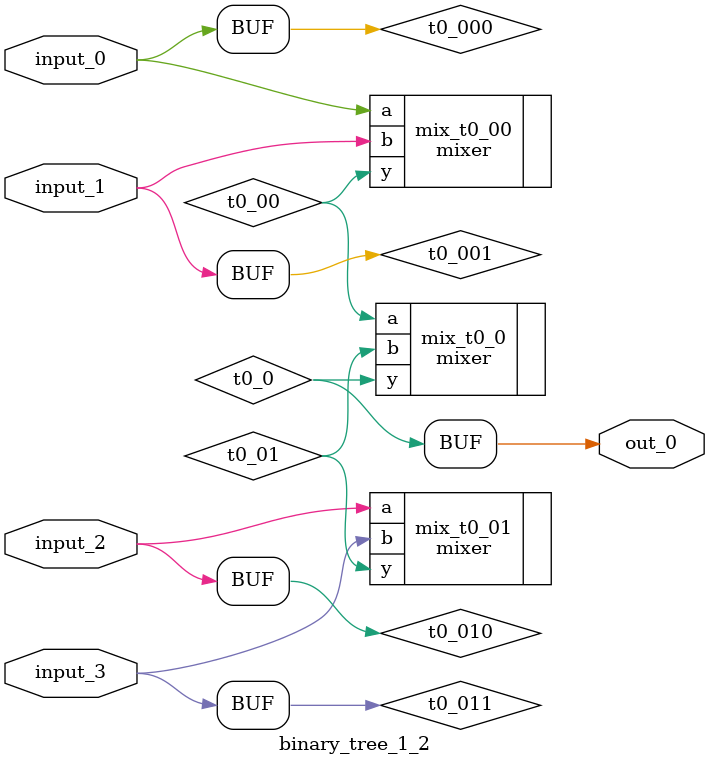
<source format=v>
module binary_tree_1_2 (
output out_0,input input_0,input input_1,input input_2,input input_3
);
mixer mix_t0_0 (.a(t0_00), .b(t0_01), .y(t0_0));
wire t0_00, t0_01;
mixer mix_t0_00 (.a(t0_000), .b(t0_001), .y(t0_00));
wire t0_000, t0_001;
mixer mix_t0_01 (.a(t0_010), .b(t0_011), .y(t0_01));
wire t0_010, t0_011;
wire t0_0;
assign out_0 = t0_0;
assign input_0 = t0_000;
assign input_1 = t0_001;
assign input_2 = t0_010;
assign input_3 = t0_011;
endmodule

</source>
